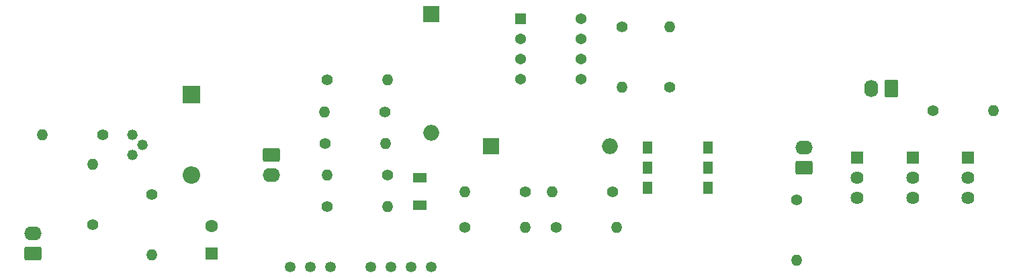
<source format=gbr>
%TF.GenerationSoftware,KiCad,Pcbnew,(6.0.2)*%
%TF.CreationDate,2022-03-20T13:20:32+09:00*%
%TF.ProjectId,TSAL&VOLTAGE_INDICATOR (1),5453414c-2656-44f4-9c54-4147455f494e,rev?*%
%TF.SameCoordinates,Original*%
%TF.FileFunction,Soldermask,Top*%
%TF.FilePolarity,Negative*%
%FSLAX46Y46*%
G04 Gerber Fmt 4.6, Leading zero omitted, Abs format (unit mm)*
G04 Created by KiCad (PCBNEW (6.0.2)) date 2022-03-20 13:20:32*
%MOMM*%
%LPD*%
G01*
G04 APERTURE LIST*
G04 Aperture macros list*
%AMRoundRect*
0 Rectangle with rounded corners*
0 $1 Rounding radius*
0 $2 $3 $4 $5 $6 $7 $8 $9 X,Y pos of 4 corners*
0 Add a 4 corners polygon primitive as box body*
4,1,4,$2,$3,$4,$5,$6,$7,$8,$9,$2,$3,0*
0 Add four circle primitives for the rounded corners*
1,1,$1+$1,$2,$3*
1,1,$1+$1,$4,$5*
1,1,$1+$1,$6,$7*
1,1,$1+$1,$8,$9*
0 Add four rect primitives between the rounded corners*
20,1,$1+$1,$2,$3,$4,$5,0*
20,1,$1+$1,$4,$5,$6,$7,0*
20,1,$1+$1,$6,$7,$8,$9,0*
20,1,$1+$1,$8,$9,$2,$3,0*%
G04 Aperture macros list end*
%ADD10RoundRect,0.250000X0.620000X0.845000X-0.620000X0.845000X-0.620000X-0.845000X0.620000X-0.845000X0*%
%ADD11O,1.740000X2.190000*%
%ADD12C,1.350000*%
%ADD13C,1.400000*%
%ADD14O,1.400000X1.400000*%
%ADD15RoundRect,0.250000X0.845000X-0.620000X0.845000X0.620000X-0.845000X0.620000X-0.845000X-0.620000X0*%
%ADD16O,2.190000X1.740000*%
%ADD17R,2.000000X2.000000*%
%ADD18O,2.000000X2.000000*%
%ADD19R,1.625600X1.625600*%
%ADD20C,1.625600*%
%ADD21R,1.295400X1.498600*%
%ADD22R,1.600000X1.600000*%
%ADD23C,1.600000*%
%ADD24RoundRect,0.250000X-0.845000X0.620000X-0.845000X-0.620000X0.845000X-0.620000X0.845000X0.620000X0*%
%ADD25C,1.320800*%
%ADD26R,1.700000X1.300000*%
%ADD27R,1.371600X1.371600*%
%ADD28C,1.371600*%
%ADD29R,2.200000X2.200000*%
%ADD30O,2.200000X2.200000*%
G04 APERTURE END LIST*
D10*
%TO.C,J2[GRN LED]*%
X166000000Y-111000000D03*
D11*
X163460000Y-111000000D03*
%TD*%
D12*
%TO.C,PS1*%
X90220000Y-133512500D03*
X92760000Y-133512500D03*
X95300000Y-133512500D03*
X100380000Y-133512500D03*
X102920000Y-133512500D03*
X105460000Y-133512500D03*
X108000000Y-133512500D03*
%TD*%
D13*
%TO.C,R13*%
X171190000Y-113810000D03*
D14*
X178810000Y-113810000D03*
%TD*%
D13*
%TO.C,R15*%
X65278600Y-128153000D03*
D14*
X65278600Y-120533000D03*
%TD*%
D13*
%TO.C,R11*%
X138000000Y-110810000D03*
D14*
X138000000Y-103190000D03*
%TD*%
D15*
%TO.C,D3*%
X57778600Y-131843000D03*
D16*
X57778600Y-129303000D03*
%TD*%
D13*
%TO.C,R10*%
X132000000Y-103190000D03*
D14*
X132000000Y-110810000D03*
%TD*%
D15*
%TO.C,D4*%
X155000000Y-121000000D03*
D16*
X155000000Y-118460000D03*
%TD*%
D13*
%TO.C,R_Sense1*%
X66588600Y-116843000D03*
D14*
X58968600Y-116843000D03*
%TD*%
D13*
%TO.C,R5*%
X94810000Y-125917500D03*
D14*
X102430000Y-125917500D03*
%TD*%
D13*
%TO.C,R9*%
X119810000Y-124000000D03*
D14*
X112190000Y-124000000D03*
%TD*%
D17*
%TO.C,C2*%
X115500000Y-118242500D03*
D18*
X130500000Y-118242500D03*
%TD*%
D19*
%TO.C,Q3*%
X161647700Y-119693600D03*
D20*
X161647700Y-122233600D03*
X161647700Y-124773600D03*
%TD*%
D13*
%TO.C,R1*%
X94810000Y-109917500D03*
D14*
X102430000Y-109917500D03*
%TD*%
D13*
%TO.C,R7*%
X123690000Y-128500000D03*
D14*
X131310000Y-128500000D03*
%TD*%
D13*
%TO.C,R2*%
X102120000Y-113917500D03*
D14*
X94500000Y-113917500D03*
%TD*%
D13*
%TO.C,R6*%
X112190000Y-128500000D03*
D14*
X119810000Y-128500000D03*
%TD*%
D17*
%TO.C,C1*%
X107950000Y-101600000D03*
D18*
X107950000Y-116600000D03*
%TD*%
D19*
%TO.C,Q1*%
X175647700Y-119693600D03*
D20*
X175647700Y-122233600D03*
X175647700Y-124773600D03*
%TD*%
D21*
%TO.C,U2*%
X135190000Y-118460000D03*
X135190000Y-121000000D03*
X135190000Y-123540000D03*
X142810000Y-123540000D03*
X142810000Y-121000000D03*
X142810000Y-118460000D03*
%TD*%
D13*
%TO.C,R14*%
X72778600Y-124343000D03*
D14*
X72778600Y-131963000D03*
%TD*%
D19*
%TO.C,Q2*%
X168647700Y-119693600D03*
D20*
X168647700Y-122233600D03*
X168647700Y-124773600D03*
%TD*%
D13*
%TO.C,R8*%
X130810000Y-124000000D03*
D14*
X123190000Y-124000000D03*
%TD*%
D22*
%TO.C,C3*%
X80278600Y-131843000D03*
D23*
X80278600Y-128343000D03*
%TD*%
D24*
%TO.C,J1*%
X87778600Y-119343000D03*
D16*
X87778600Y-121883000D03*
%TD*%
D25*
%TO.C,U3*%
X70278600Y-116843000D03*
X71548600Y-118113000D03*
X70278600Y-119383000D03*
%TD*%
D26*
%TO.C,D1*%
X106500000Y-122250000D03*
X106500000Y-125750000D03*
%TD*%
D27*
%TO.C,U1*%
X119190000Y-102190000D03*
D28*
X119190000Y-104730000D03*
X119190000Y-107270000D03*
X119190000Y-109810000D03*
X126810000Y-109810000D03*
X126810000Y-107270000D03*
X126810000Y-104730000D03*
X126810000Y-102190000D03*
%TD*%
D29*
%TO.C,D2*%
X77778600Y-111763000D03*
D30*
X77778600Y-121923000D03*
%TD*%
D13*
%TO.C,R3*%
X94620000Y-117917500D03*
D14*
X102240000Y-117917500D03*
%TD*%
D13*
%TO.C,R12*%
X154000000Y-125000000D03*
D14*
X154000000Y-132620000D03*
%TD*%
D13*
%TO.C,R4*%
X102430000Y-121917500D03*
D14*
X94810000Y-121917500D03*
%TD*%
M02*

</source>
